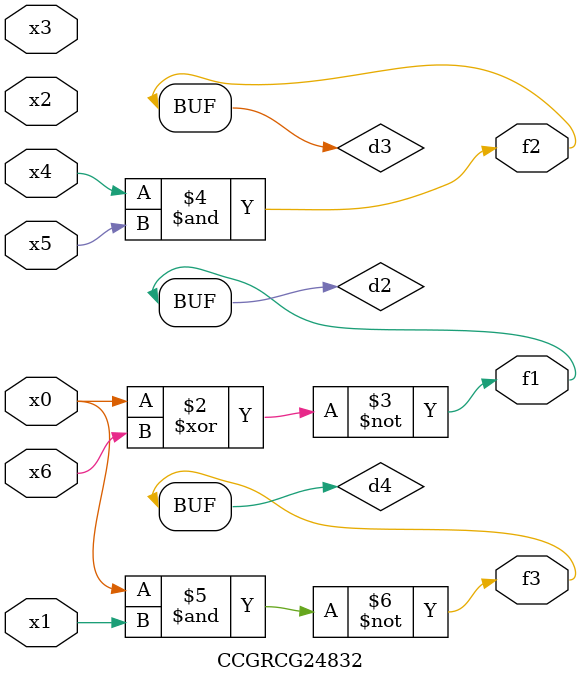
<source format=v>
module CCGRCG24832(
	input x0, x1, x2, x3, x4, x5, x6,
	output f1, f2, f3
);

	wire d1, d2, d3, d4;

	nor (d1, x0);
	xnor (d2, x0, x6);
	and (d3, x4, x5);
	nand (d4, x0, x1);
	assign f1 = d2;
	assign f2 = d3;
	assign f3 = d4;
endmodule

</source>
